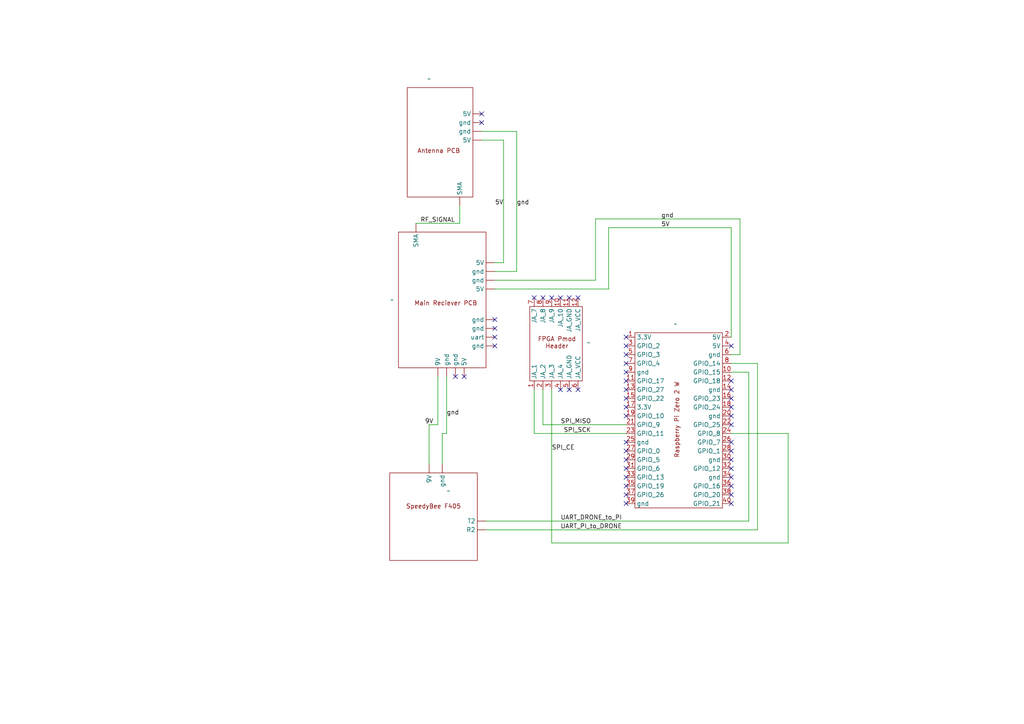
<source format=kicad_sch>
(kicad_sch (version 20250114) (generator "eeschema") (generator_version "9.0")
  (paper "A4")
  (lib_symbols
    (symbol "custom:Antenna_PCB"
      (symbol "Antenna_PCB_0_1"
        (rectangle (start 0 0) (end 19.05 -31.75))
      )
      (symbol "Antenna_PCB_1_1"
        (text "Antenna PCB" (at 9.144 -18.288 0) (effects (font (size 1.27 1.27))))
        (pin input line (at 15.24 -34.29 90) (length 2.54) (name "SMA") (number ""))
        (pin input line (at 21.59 -7.62 180) (length 2.54) (name "5V") (number ""))
        (pin input line (at 21.59 -10.16 180) (length 2.54) (name "gnd") (number ""))
        (pin input line (at 21.59 -12.7 180) (length 2.54) (name "gnd") (number ""))
        (pin input line (at 21.59 -15.24 180) (length 2.54) (name "5V") (number ""))
      )
    )
    (symbol "custom:Cmod_Pmod"
      (symbol "Cmod_Pmod_0_1"
        (rectangle (start 0 2.54) (end 15.24 -19.05))
      )
      (symbol "Cmod_Pmod_1_1"
        (text "FPGA Pmod\nHeader" (at 7.874 -7.874 0) (effects (font (size 1.27 1.27))))
        (pin input line (at 1.27 5.08 270) (length 2.54) (name "JA_7") (number "7"))
        (pin input line (at 1.27 -21.59 90) (length 2.54) (name "JA_1") (number "1"))
        (pin input line (at 3.81 5.08 270) (length 2.54) (name "JA_8") (number "8"))
        (pin input line (at 3.81 -21.59 90) (length 2.54) (name "JA_2") (number "2"))
        (pin input line (at 6.35 5.08 270) (length 2.54) (name "JA_9") (number "9"))
        (pin input line (at 6.35 -21.59 90) (length 2.54) (name "JA_3") (number "3"))
        (pin input line (at 8.89 5.08 270) (length 2.54) (name "JA_10") (number "10"))
        (pin input line (at 8.89 -21.59 90) (length 2.54) (name "JA_4") (number "4"))
        (pin input line (at 11.43 5.08 270) (length 2.54) (name "JA_GND") (number "11"))
        (pin input line (at 11.43 -21.59 90) (length 2.54) (name "JA_GND") (number "5"))
        (pin input line (at 13.97 5.08 270) (length 2.54) (name "JA_VCC") (number "12"))
        (pin input line (at 13.97 -21.59 90) (length 2.54) (name "JA_VCC") (number "6"))
      )
    )
    (symbol "custom:Flight_Controller"
      (symbol "Flight_Controller_0_1"
        (rectangle (start 0 0) (end 25.4 -25.4))
      )
      (symbol "Flight_Controller_1_1"
        (text "SpeedyBee F405" (at 12.7 -9.652 0) (effects (font (size 1.27 1.27))))
        (pin input line (at 11.43 2.54 270) (length 2.54) (name "9V") (number ""))
        (pin input line (at 15.24 2.54 270) (length 2.54) (name "gnd") (number ""))
        (pin input line (at 27.94 -13.97 180) (length 2.54) (name "T2") (number ""))
        (pin input line (at 27.94 -16.51 180) (length 2.54) (name "R2") (number ""))
      )
    )
    (symbol "custom:Main_Receiver_Board"
      (symbol "Main_Receiver_Board_0_1"
        (rectangle (start 0 0) (end 25.4 -39.37))
      )
      (symbol "Main_Receiver_Board_1_1"
        (text "Main Reciever PCB" (at 13.716 -20.574 0) (effects (font (size 1.27 1.27))))
        (pin input line (at 5.08 2.54 270) (length 2.54) (name "SMA") (number ""))
        (pin input line (at 11.43 -41.91 90) (length 2.54) (name "9V") (number ""))
        (pin input line (at 13.97 -41.91 90) (length 2.54) (name "gnd") (number ""))
        (pin input line (at 16.51 -41.91 90) (length 2.54) (name "gnd") (number ""))
        (pin input line (at 19.05 -41.91 90) (length 2.54) (name "5V") (number ""))
        (pin input line (at 27.94 -8.89 180) (length 2.54) (name "5V") (number ""))
        (pin input line (at 27.94 -11.43 180) (length 2.54) (name "gnd") (number ""))
        (pin input line (at 27.94 -13.97 180) (length 2.54) (name "gnd") (number ""))
        (pin input line (at 27.94 -16.51 180) (length 2.54) (name "5V") (number ""))
        (pin input line (at 27.94 -25.4 180) (length 2.54) (name "gnd") (number ""))
        (pin input line (at 27.94 -27.94 180) (length 2.54) (name "gnd") (number ""))
        (pin input line (at 27.94 -30.48 180) (length 2.54) (name "uart") (number ""))
        (pin input line (at 27.94 -33.02 180) (length 2.54) (name "gnd") (number ""))
      )
    )
    (symbol "custom:Raspberry_Pi_Zero_2_W"
      (symbol "Raspberry_Pi_Zero_2_W_0_1"
        (rectangle (start 0 0) (end 25.4 -50.8))
      )
      (symbol "Raspberry_Pi_Zero_2_W_1_1"
        (text "Raspberry Pi Zero 2 W" (at 12.192 -25.146 900) (effects (font (size 1.27 1.27))))
        (pin input line (at -2.54 -1.27 0) (length 2.54) (name "3.3V") (number "1"))
        (pin input line (at -2.54 -3.81 0) (length 2.54) (name "GPIO_2") (number "3"))
        (pin input line (at -2.54 -6.35 0) (length 2.54) (name "GPIO_3") (number "5"))
        (pin input line (at -2.54 -8.89 0) (length 2.54) (name "GPIO_4") (number "7"))
        (pin input line (at -2.54 -11.43 0) (length 2.54) (name "gnd") (number "9"))
        (pin input line (at -2.54 -13.97 0) (length 2.54) (name "GPIO_17") (number "11"))
        (pin input line (at -2.54 -16.51 0) (length 2.54) (name "GPIO_27") (number "13"))
        (pin input line (at -2.54 -19.05 0) (length 2.54) (name "GPIO_22") (number "15"))
        (pin input line (at -2.54 -21.59 0) (length 2.54) (name "3.3V") (number "17"))
        (pin input line (at -2.54 -24.13 0) (length 2.54) (name "GPIO_10") (number "19"))
        (pin input line (at -2.54 -26.67 0) (length 2.54) (name "GPIO_9") (number "21"))
        (pin input line (at -2.54 -29.21 0) (length 2.54) (name "GPIO_11") (number "23"))
        (pin input line (at -2.54 -31.75 0) (length 2.54) (name "gnd") (number "25"))
        (pin input line (at -2.54 -34.29 0) (length 2.54) (name "GPIO_0") (number "27"))
        (pin input line (at -2.54 -36.83 0) (length 2.54) (name "GPIO_5") (number "29"))
        (pin input line (at -2.54 -39.37 0) (length 2.54) (name "GPIO_6") (number "31"))
        (pin input line (at -2.54 -41.91 0) (length 2.54) (name "GPIO_13") (number "33"))
        (pin input line (at -2.54 -44.45 0) (length 2.54) (name "GPIO_19") (number "35"))
        (pin input line (at -2.54 -46.99 0) (length 2.54) (name "GPIO_26") (number "37"))
        (pin input line (at -2.54 -49.53 0) (length 2.54) (name "gnd") (number "39"))
        (pin input line (at 27.94 -1.27 180) (length 2.54) (name "5V") (number "2"))
        (pin input line (at 27.94 -3.81 180) (length 2.54) (name "5V") (number "4"))
        (pin input line (at 27.94 -6.35 180) (length 2.54) (name "gnd") (number "6"))
        (pin input line (at 27.94 -8.89 180) (length 2.54) (name "GPIO_14") (number "8"))
        (pin input line (at 27.94 -11.43 180) (length 2.54) (name "GPIO_15") (number "10"))
        (pin input line (at 27.94 -13.97 180) (length 2.54) (name "GPIO_18") (number "12"))
        (pin input line (at 27.94 -16.51 180) (length 2.54) (name "gnd") (number "14"))
        (pin input line (at 27.94 -19.05 180) (length 2.54) (name "GPIO_23") (number "16"))
        (pin input line (at 27.94 -21.59 180) (length 2.54) (name "GPIO_24") (number "18"))
        (pin input line (at 27.94 -24.13 180) (length 2.54) (name "gnd") (number "20"))
        (pin input line (at 27.94 -26.67 180) (length 2.54) (name "GPIO_25") (number "22"))
        (pin input line (at 27.94 -29.21 180) (length 2.54) (name "GPIO_8") (number "24"))
        (pin input line (at 27.94 -31.75 180) (length 2.54) (name "GPIO_7") (number "26"))
        (pin input line (at 27.94 -34.29 180) (length 2.54) (name "GPIO_1") (number "28"))
        (pin input line (at 27.94 -36.83 180) (length 2.54) (name "gnd") (number "30"))
        (pin input line (at 27.94 -39.37 180) (length 2.54) (name "GPIO_12") (number "32"))
        (pin input line (at 27.94 -41.91 180) (length 2.54) (name "gnd") (number "34"))
        (pin input line (at 27.94 -44.45 180) (length 2.54) (name "GPIO_16") (number "36"))
        (pin input line (at 27.94 -46.99 180) (length 2.54) (name "GPIO_20") (number "38"))
        (pin input line (at 27.94 -49.53 180) (length 2.54) (name "GPIO_21") (number "40"))
      )
    )
  )
  (no_connect (at 181.61 100.33))
  (no_connect (at 181.61 138.43))
  (no_connect (at 212.09 113.03))
  (no_connect (at 143.51 100.33))
  (no_connect (at 212.09 146.05))
  (no_connect (at 139.7 35.56))
  (no_connect (at 181.61 130.81))
  (no_connect (at 181.61 115.57))
  (no_connect (at 181.61 107.95))
  (no_connect (at 181.61 143.51))
  (no_connect (at 181.61 128.27))
  (no_connect (at 160.02 86.36))
  (no_connect (at 143.51 97.79))
  (no_connect (at 157.48 86.36))
  (no_connect (at 212.09 110.49))
  (no_connect (at 167.64 86.36))
  (no_connect (at 212.09 140.97))
  (no_connect (at 212.09 135.89))
  (no_connect (at 212.09 128.27))
  (no_connect (at 212.09 138.43))
  (no_connect (at 212.09 115.57))
  (no_connect (at 181.61 120.65))
  (no_connect (at 181.61 135.89))
  (no_connect (at 212.09 130.81))
  (no_connect (at 162.56 86.36))
  (no_connect (at 134.62 109.22))
  (no_connect (at 212.09 143.51))
  (no_connect (at 167.64 113.03))
  (no_connect (at 181.61 146.05))
  (no_connect (at 212.09 133.35))
  (no_connect (at 181.61 110.49))
  (no_connect (at 181.61 105.41))
  (no_connect (at 212.09 100.33))
  (no_connect (at 143.51 92.71))
  (no_connect (at 181.61 118.11))
  (no_connect (at 162.56 113.03))
  (no_connect (at 143.51 95.25))
  (no_connect (at 181.61 113.03))
  (no_connect (at 181.61 97.79))
  (no_connect (at 212.09 120.65))
  (no_connect (at 181.61 140.97))
  (no_connect (at 165.1 86.36))
  (no_connect (at 132.08 109.22))
  (no_connect (at 212.09 123.19))
  (no_connect (at 139.7 33.02))
  (no_connect (at 154.94 86.36))
  (no_connect (at 181.61 102.87))
  (no_connect (at 212.09 118.11))
  (no_connect (at 181.61 133.35))
  (no_connect (at 165.1 113.03))
  (wire (pts (xy 217.17 107.95) (xy 212.09 107.95)))
  (wire (pts (xy 140.97 153.67) (xy 219.71 153.67)))
  (wire (pts (xy 214.63 63.5) (xy 214.63 102.87)))
  (wire (pts (xy 128.27 125.73) (xy 129.54 125.73)))
  (wire (pts (xy 172.72 81.28) (xy 172.72 63.5)))
  (wire (pts (xy 160.02 157.48) (xy 228.6 157.48)))
  (wire (pts (xy 172.72 63.5) (xy 214.63 63.5)))
  (wire (pts (xy 228.6 125.73) (xy 212.09 125.73)))
  (wire (pts (xy 154.94 125.73) (xy 181.61 125.73)))
  (wire (pts (xy 120.65 64.77) (xy 133.35 64.77)))
  (wire (pts (xy 146.05 40.64) (xy 139.7 40.64)))
  (wire (pts (xy 143.51 78.74) (xy 149.86 78.74)))
  (wire (pts (xy 140.97 151.13) (xy 217.17 151.13)))
  (wire (pts (xy 176.53 83.82) (xy 176.53 66.04)))
  (wire (pts (xy 154.94 113.03) (xy 154.94 125.73)))
  (wire (pts (xy 176.53 66.04) (xy 212.09 66.04)))
  (wire (pts (xy 143.51 83.82) (xy 176.53 83.82)))
  (wire (pts (xy 133.35 64.77) (xy 133.35 59.69)))
  (wire (pts (xy 228.6 157.48) (xy 228.6 125.73)))
  (wire (pts (xy 157.48 113.03) (xy 157.48 123.19)))
  (wire (pts (xy 214.63 102.87) (xy 212.09 102.87)))
  (wire (pts (xy 157.48 123.19) (xy 181.61 123.19)))
  (wire (pts (xy 128.27 134.62) (xy 128.27 125.73)))
  (wire (pts (xy 127 123.19) (xy 127 109.22)))
  (wire (pts (xy 124.46 134.62) (xy 124.46 123.19)))
  (wire (pts (xy 124.46 123.19) (xy 127 123.19)))
  (wire (pts (xy 219.71 105.41) (xy 212.09 105.41)))
  (wire (pts (xy 143.51 81.28) (xy 172.72 81.28)))
  (wire (pts (xy 146.05 76.2) (xy 146.05 40.64)))
  (wire (pts (xy 129.54 109.22) (xy 129.54 125.73)))
  (wire (pts (xy 149.86 38.1) (xy 139.7 38.1)))
  (wire (pts (xy 160.02 113.03) (xy 160.02 157.48)))
  (wire (pts (xy 217.17 151.13) (xy 217.17 107.95)))
  (wire (pts (xy 143.51 76.2) (xy 146.05 76.2)))
  (wire (pts (xy 212.09 66.04) (xy 212.09 97.79)))
  (wire (pts (xy 149.86 78.74) (xy 149.86 38.1)))
  (wire (pts (xy 219.71 153.67) (xy 219.71 105.41)))
  (label "RF_SIGNAL" (at 121.92 64.77 0))
  (label "UART_PI_to_DRONE" (at 162.56 153.67 0))
  (label "gnd" (at 129.54 120.65 0))
  (label "gnd" (at 149.86 59.69 0))
  (label "9V" (at 125.73 123.19 180))
  (label "SPI_CE" (at 160.02 130.81 0))
  (label "UART_DRONE_to_PI" (at 162.56 151.13 0))
  (label "5V" (at 191.77 66.04 0))
  (label "5V" (at 146.05 59.69 180))
  (label "SPI_SCK" (at 171.45 125.73 180))
  (label "gnd" (at 191.77 63.5 0))
  (label "SPI_MISO" (at 171.45 123.19 180))
  (symbol (lib_id "custom:Raspberry_Pi_Zero_2_W") (at 184.15 96.52 0) (unit 1)
    (property "Reference" "U4" (effects (hide yes)))
    (property "Value" "~" (at 195.8975 93.98 0))
  )
  (symbol (lib_id "custom:Main_Receiver_Board") (at 115.57 67.31 0) (unit 1)
    (property "Reference" "U2" (effects (hide yes)))
    (property "Value" "~" (at 114.3 86.9949 0) (effects (justify right)))
  )
  (symbol (lib_id "custom:Antenna_PCB") (at 118.11 25.4 0) (unit 1)
    (property "Reference" "U3" (effects (hide yes)))
    (property "Value" "~" (at 124.46 22.86 0))
  )
  (symbol (lib_id "custom:Flight_Controller") (at 113.03 137.16 0) (unit 1)
    (property "Reference" "U1" (effects (hide yes)))
    (property "Value" "~" (at 129.54 142.3641 0) (effects (justify left)))
  )
  (symbol (lib_id "custom:Cmod_Pmod") (at 153.67 91.44 0) (unit 1)
    (property "Reference" "U5" (effects (hide yes)))
    (property "Value" "~" (at 170.18 99.3774 0) (effects (justify left)))
  )
)
</source>
